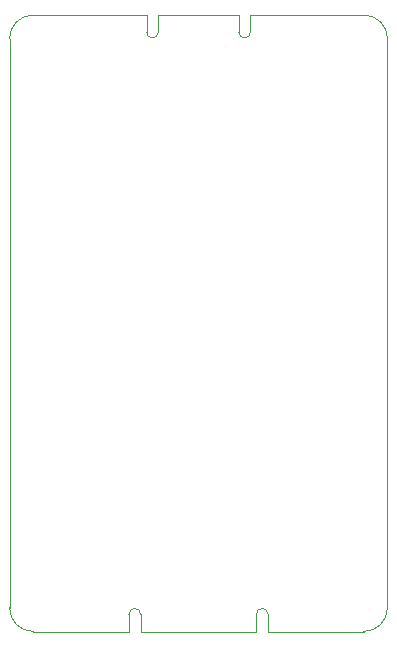
<source format=gko>
G04 Layer_Color=16711935*
%FSLAX44Y44*%
%MOMM*%
G71*
G01*
G75*
%ADD74C,0.0127*%
D74*
X175960Y-14404D02*
G03*
X185960Y-14404I5000J0D01*
G01*
X97960D02*
G03*
X107960Y-14404I5000J0D01*
G01*
X92960Y-507404D02*
G03*
X82960Y-507404I-5000J0D01*
G01*
X200960D02*
G03*
X190960Y-507404I-5000J0D01*
G01*
X301960Y-19904D02*
G03*
X281960Y96I-20000J0D01*
G01*
Y-521904D02*
G03*
X301960Y-501904I0J20000D01*
G01*
X-18040D02*
G03*
X1960Y-521904I20000J0D01*
G01*
Y96D02*
G03*
X-18040Y-19904I0J-20000D01*
G01*
X185960Y96D02*
X281960D01*
X107960D02*
X175960D01*
X92960Y-521904D02*
X190960D01*
X1960D02*
X82960D01*
X185960Y-14404D02*
Y96D01*
X175960Y-14404D02*
Y96D01*
X107960Y-14404D02*
Y96D01*
X97960Y-14404D02*
Y96D01*
X92960Y-521904D02*
Y-507404D01*
X190960Y-521904D02*
Y-507404D01*
X200960Y-521904D02*
Y-507404D01*
X82960Y-521904D02*
Y-507404D01*
X1960Y96D02*
X97960D01*
X301960Y-501904D02*
Y-19904D01*
X200960Y-521904D02*
X281960D01*
X-18040Y-501904D02*
Y-19904D01*
M02*

</source>
